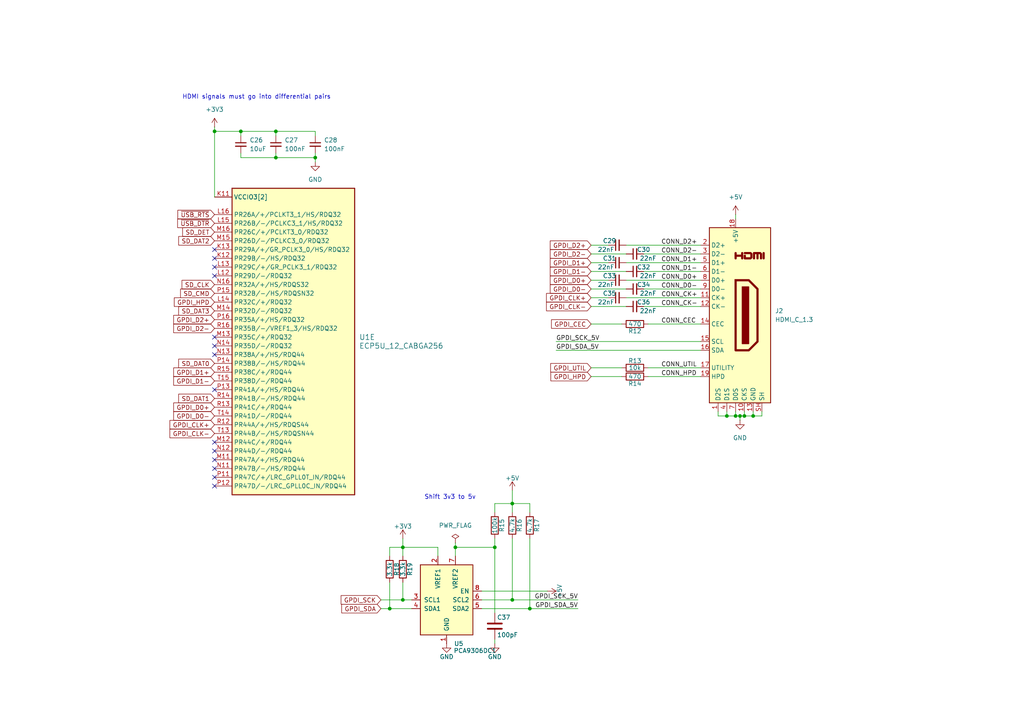
<source format=kicad_sch>
(kicad_sch (version 20250114) (generator "eeschema") (generator_version "9.0")
  (paper "A4")
  (title_block (title "Icepi zero") (date "2025-05-12") (rev "v1") (company "Chengyin Yao (cheyao)") (comment 1 "https://github.com/cheyao/icepi-zero"))
  (lib_symbols
    (symbol "Connector:HDMI_C_1.3"
      (property "Reference" "J" (at -6.35 26.67 0))
      (property "Value" "HDMI_C_1.3" (at 10.16 26.67 0))
      (symbol "HDMI_C_1.3_0_0"
        (polyline (pts (xy 0 16.51) (xy 0 18.034) (xy 0 17.272) (xy 1.905 17.272) (xy 1.905 18.034) (xy 1.905 16.51)) (stroke (width 0.635)))
        (polyline (pts (xy 2.667 18.034) (xy 4.318 18.034) (xy 4.572 17.78) (xy 4.572 16.764) (xy 4.318 16.51) (xy 2.667 16.51) (xy 2.667 17.272)) (stroke (width 0.635)))
        (polyline (pts (xy 8.128 16.51) (xy 8.128 18.034)) (stroke (width 0.635)))
      )
      (symbol "HDMI_C_1.3_0_1"
        (rectangle (start -7.62 25.4) (end 10.16 -25.4) (stroke (width 0.254)) (fill (type background)))
        (polyline (pts (xy 0 10.16) (xy 3.81 10.16) (xy 6.35 7.62) (xy 6.35 -7.62) (xy 3.81 -10.16) (xy 0 -10.16) (xy 0 10.16)) (stroke (width 0.635)))
        (rectangle (start 1.905 8.255) (end 3.81 -8.255) (stroke (width 0.254)) (fill (type outline)))
        (polyline (pts (xy 5.334 16.51) (xy 5.334 18.034) (xy 6.35 18.034) (xy 6.35 16.51) (xy 6.35 18.034) (xy 7.112 18.034) (xy 7.366 17.78) (xy 7.366 16.51)) (stroke (width 0.635)))
      )
      (symbol "HDMI_C_1.3_1_1"
        (pin passive line (at -10.16 20.32 0) (length 2.54) (name "D2+") (number "2"))
        (pin passive line (at -10.16 17.78 0) (length 2.54) (name "D2-") (number "3"))
        (pin passive line (at -10.16 15.24 0) (length 2.54) (name "D1+") (number "5"))
        (pin passive line (at -10.16 12.7 0) (length 2.54) (name "D1-") (number "6"))
        (pin passive line (at -10.16 10.16 0) (length 2.54) (name "D0+") (number "8"))
        (pin passive line (at -10.16 7.62 0) (length 2.54) (name "D0-") (number "9"))
        (pin passive line (at -10.16 5.08 0) (length 2.54) (name "CK+") (number "11"))
        (pin passive line (at -10.16 2.54 0) (length 2.54) (name "CK-") (number "12"))
        (pin bidirectional line (at -10.16 -2.54 0) (length 2.54) (name "CEC") (number "14"))
        (pin passive line (at -10.16 -7.62 0) (length 2.54) (name "SCL") (number "15"))
        (pin bidirectional line (at -10.16 -10.16 0) (length 2.54) (name "SDA") (number "16"))
        (pin passive line (at -10.16 -15.24 0) (length 2.54) (name "UTILITY") (number "17"))
        (pin passive line (at -10.16 -17.78 0) (length 2.54) (name "HPD") (number "19"))
        (pin power_in line (at -5.08 -27.94 90) (length 2.54) (name "D2S") (number "1"))
        (pin power_in line (at -2.54 -27.94 90) (length 2.54) (name "D1S") (number "4"))
        (pin power_in line (at 0 27.94 270) (length 2.54) (name "+5V") (number "18"))
        (pin power_in line (at 0 -27.94 90) (length 2.54) (name "D0S") (number "7"))
        (pin power_in line (at 2.54 -27.94 90) (length 2.54) (name "CKS") (number "10"))
        (pin power_in line (at 5.08 -27.94 90) (length 2.54) (name "GND") (number "13"))
        (pin passive line (at 7.62 -27.94 90) (length 2.54) (name "SH") (number "SH"))
      )
    )
    (symbol "Device:C" (pin_numbers (hide yes)) (pin_names (offset 0.254))
      (property "Reference" "C" (at 0.635 2.54 0))
      (property "Value" "C" (at 0.635 -2.54 0))
      (symbol "C_0_1"
        (polyline (pts (xy -2.032 0.762) (xy 2.032 0.762)) (stroke (width 0.508)))
        (polyline (pts (xy -2.032 -0.762) (xy 2.032 -0.762)) (stroke (width 0.508)))
      )
      (symbol "C_1_1"
        (pin passive line (at 0 3.81 270) (length 2.794) (name "~") (number "1"))
        (pin passive line (at 0 -3.81 90) (length 2.794) (name "~") (number "2"))
      )
    )
    (symbol "Device:C_Small" (pin_numbers (hide yes)) (pin_names (offset 0.254) (hide yes))
      (property "Reference" "C" (at 0.254 1.778 0))
      (property "Value" "C_Small" (at 0.254 -2.032 0))
      (symbol "C_Small_0_1"
        (polyline (pts (xy -1.524 0.508) (xy 1.524 0.508)) (stroke (width 0.3048)))
        (polyline (pts (xy -1.524 -0.508) (xy 1.524 -0.508)) (stroke (width 0.3302)))
      )
      (symbol "C_Small_1_1"
        (pin passive line (at 0 2.54 270) (length 2.032) (name "~") (number "1"))
        (pin passive line (at 0 -2.54 90) (length 2.032) (name "~") (number "2"))
      )
    )
    (symbol "Device:R" (pin_numbers (hide yes)) (pin_names (offset 0))
      (property "Reference" "R" (at 2.032 0 90))
      (property "Value" "R" (at 0 0 90))
      (symbol "R_0_1"
        (rectangle (start -1.016 -2.54) (end 1.016 2.54) (stroke (width 0.254)))
      )
      (symbol "R_1_1"
        (pin passive line (at 0 3.81 270) (length 1.27) (name "~") (number "1"))
        (pin passive line (at 0 -3.81 90) (length 1.27) (name "~") (number "2"))
      )
    )
    (symbol "Interface:PCA9306DC1" (pin_names (offset 1.016))
      (property "Reference" "U" (at -7.62 11.43 0))
      (property "Value" "PCA9306DC1" (at 3.81 11.43 0))
      (symbol "PCA9306DC1_0_1"
        (rectangle (start -7.62 10.16) (end 7.62 -10.16) (stroke (width 0.254)) (fill (type background)))
      )
      (symbol "PCA9306DC1_1_1"
        (pin bidirectional line (at -10.16 0 0) (length 2.54) (name "SCL1") (number "3"))
        (pin bidirectional line (at -10.16 -2.54 0) (length 2.54) (name "SDA1") (number "4"))
        (pin power_in line (at -2.54 12.7 270) (length 2.54) (name "VREF1") (number "2"))
        (pin power_in line (at 0 -12.7 90) (length 2.54) (name "GND") (number "1"))
        (pin power_in line (at 2.54 12.7 270) (length 2.54) (name "VREF2") (number "7"))
        (pin input line (at 10.16 2.54 180) (length 2.54) (name "EN") (number "8"))
        (pin bidirectional line (at 10.16 0 180) (length 2.54) (name "SCL2") (number "6"))
        (pin bidirectional line (at 10.16 -2.54 180) (length 2.54) (name "SDA2") (number "5"))
      )
    )
    (symbol "josh:ECP5U_12_CABGA256"
      (property "Reference" "U" (at -15.24 45.72 0))
      (property "Value" "ECP5U_12_CABGA256" (at 7.62 43.18 0))
      (symbol "ECP5U_12_CABGA256_1_1"
        (rectangle (start -7.62 7.62) (end 6.35 -7.62) (stroke (width 0.001)) (fill (type background)))
        (pin power_in line (at -12.7 5.08 0) (length 5.08) (name "VCC[6]") (number "G6"))
        (pin power_in line (at -12.7 5.08 0) (length 5.08) (name "VCC[6]") (number "G7"))
        (pin power_in line (at -12.7 5.08 0) (length 5.08) (name "VCC[6]") (number "G9"))
        (pin power_in line (at -12.7 5.08 0) (length 5.08) (name "VCC[6]") (number "L10"))
        (pin power_in line (at -12.7 5.08 0) (length 5.08) (name "VCC[6]") (number "L8"))
        (pin power_in line (at -12.7 5.08 0) (length 5.08) (name "VCC[6]") (number "L9"))
        (pin power_in line (at -12.7 2.54 0) (length 5.08) (name "VCCAUX[2]") (number "G11"))
        (pin power_in line (at -12.7 2.54 0) (length 5.08) (name "VCCAUX[2]") (number "L7"))
        (pin power_in line (at -12.7 -5.08 0) (length 5.08) (name "GND[27]") (number "A1"))
        (pin power_in line (at -12.7 -5.08 0) (length 5.08) (name "GND[27]") (number "A16"))
        (pin power_in line (at -12.7 -5.08 0) (length 5.08) (name "GND[27]") (number "D15"))
        (pin power_in line (at -12.7 -5.08 0) (length 5.08) (name "GND[27]") (number "D2"))
        (pin power_in line (at -12.7 -5.08 0) (length 5.08) (name "GND[27]") (number "F8"))
        (pin power_in line (at -12.7 -5.08 0) (length 5.08) (name "GND[27]") (number "F9"))
        (pin power_in line (at -12.7 -5.08 0) (length 5.08) (name "GND[27]") (number "G10"))
        (pin power_in line (at -12.7 -5.08 0) (length 5.08) (name "GND[27]") (number "G8"))
        (pin power_in line (at -12.7 -5.08 0) (length 5.08) (name "GND[27]") (number "H1"))
        (pin power_in line (at -12.7 -5.08 0) (length 5.08) (name "GND[27]") (number "H10"))
        (pin power_in line (at -12.7 -5.08 0) (length 5.08) (name "GND[27]") (number "H16"))
        (pin power_in line (at -12.7 -5.08 0) (length 5.08) (name "GND[27]") (number "H8"))
        (pin power_in line (at -12.7 -5.08 0) (length 5.08) (name "GND[27]") (number "H9"))
        (pin power_in line (at -12.7 -5.08 0) (length 5.08) (name "GND[27]") (number "J10"))
        (pin power_in line (at -12.7 -5.08 0) (length 5.08) (name "GND[27]") (number "J8"))
        (pin power_in line (at -12.7 -5.08 0) (length 5.08) (name "GND[27]") (number "J9"))
        (pin power_in line (at -12.7 -5.08 0) (length 5.08) (name "GND[27]") (number "K10"))
        (pin power_in line (at -12.7 -5.08 0) (length 5.08) (name "GND[27]") (number "K6"))
        (pin power_in line (at -12.7 -5.08 0) (length 5.08) (name "GND[27]") (number "K7"))
        (pin power_in line (at -12.7 -5.08 0) (length 5.08) (name "GND[27]") (number "K8"))
        (pin power_in line (at -12.7 -5.08 0) (length 5.08) (name "GND[27]") (number "K9"))
        (pin power_in line (at -12.7 -5.08 0) (length 5.08) (name "GND[27]") (number "N15"))
        (pin power_in line (at -12.7 -5.08 0) (length 5.08) (name "GND[27]") (number "N2"))
        (pin power_in line (at -12.7 -5.08 0) (length 5.08) (name "GND[27]") (number "T1"))
        (pin power_in line (at -12.7 -5.08 0) (length 5.08) (name "GND[27]") (number "T12"))
        (pin power_in line (at -12.7 -5.08 0) (length 5.08) (name "GND[27]") (number "T16"))
        (pin power_in line (at -12.7 -5.08 0) (length 5.08) (name "GND[27]") (number "T5"))
      )
      (symbol "ECP5U_12_CABGA256_2_1"
        (rectangle (start -16.51 40.64) (end 8.89 -27.94) (stroke (width 0.305)) (fill (type background)))
        (pin power_in line (at -21.59 38.1 0) (length 5.08) (name "VCCIO0[2]") (number "F6"))
        (pin power_in line (at -21.59 38.1 0) (length 5.08) (name "VCCIO0[2]") (number "F7"))
        (pin bidirectional line (at -21.59 33.02 0) (length 5.08) (name "PT4A/+") (number "A2"))
        (pin bidirectional line (at -21.59 30.48 0) (length 5.08) (name "PT4B/-") (number "B3"))
        (pin bidirectional line (at -21.59 27.94 0) (length 5.08) (name "PT6A/+") (number "A3"))
        (pin bidirectional line (at -21.59 25.4 0) (length 5.08) (name "PT6B/-") (number "A4"))
        (pin bidirectional line (at -21.59 22.86 0) (length 5.08) (name "PT9A/+") (number "E4"))
        (pin bidirectional line (at -21.59 20.32 0) (length 5.08) (name "PT9B/-") (number "D4"))
        (pin bidirectional line (at -21.59 17.78 0) (length 5.08) (name "PT11A/+") (number "C4"))
        (pin bidirectional line (at -21.59 15.24 0) (length 5.08) (name "PT11B/-") (number "B4"))
        (pin bidirectional line (at -21.59 12.7 0) (length 5.08) (name "PT13A/+") (number "E5"))
        (pin bidirectional line (at -21.59 10.16 0) (length 5.08) (name "PT13B/-") (number "D5"))
        (pin bidirectional line (at -21.59 7.62 0) (length 5.08) (name "PT15A/+") (number "C5"))
        (pin bidirectional line (at -21.59 5.08 0) (length 5.08) (name "PT15B/-") (number "B5"))
        (pin bidirectional line (at -21.59 2.54 0) (length 5.08) (name "PT18A/+") (number "A5"))
        (pin bidirectional line (at -21.59 0 0) (length 5.08) (name "PT18B/-") (number "A6"))
        (pin bidirectional line (at -21.59 -2.54 0) (length 5.08) (name "PT20A/+") (number "E6"))
        (pin bidirectional line (at -21.59 -5.08 0) (length 5.08) (name "PT20B/-") (number "D6"))
        (pin bidirectional line (at -21.59 -7.62 0) (length 5.08) (name "PT22A/+") (number "C6"))
        (pin bidirectional line (at -21.59 -10.16 0) (length 5.08) (name "PT22B/-") (number "B6"))
        (pin bidirectional line (at -21.59 -12.7 0) (length 5.08) (name "PT24A/+/GR_PCLK0_1") (number "E7"))
        (pin bidirectional line (at -21.59 -15.24 0) (length 5.08) (name "PT24B/-/GR_PCLK0_0") (number "D7"))
        (pin bidirectional line (at -21.59 -17.78 0) (length 5.08) (name "PT27A/+/PCLKT0_1") (number "C7"))
        (pin bidirectional line (at -21.59 -20.32 0) (length 5.08) (name "PT27B/-/PCLKC0_1") (number "B7"))
        (pin bidirectional line (at -21.59 -22.86 0) (length 5.08) (name "PT29A/+/PCLKT0_0") (number "A7"))
        (pin bidirectional line (at -21.59 -25.4 0) (length 5.08) (name "PT29B/-/PCLKC0_0") (number "A8"))
      )
      (symbol "ECP5U_12_CABGA256_3_1"
        (rectangle (start -16.51 40.64) (end 8.89 -48.26) (stroke (width 0.305)) (fill (type background)))
        (pin power_in line (at -21.59 38.1 0) (length 5.08) (name "VCCIO1[2]") (number "F10"))
        (pin power_in line (at -21.59 38.1 0) (length 5.08) (name "VCCIO1[2]") (number "F11"))
        (pin bidirectional line (at -21.59 33.02 0) (length 5.08) (name "PT33A/+/PCLKT1_1") (number "E8"))
        (pin bidirectional line (at -21.59 30.48 0) (length 5.08) (name "PT33B/-/PCLKC1_1") (number "D8"))
        (pin bidirectional line (at -21.59 27.94 0) (length 5.08) (name "PT35A/+/PCLKT1_0") (number "C8"))
        (pin bidirectional line (at -21.59 25.4 0) (length 5.08) (name "PT35B/-/PCLKC1_0") (number "B8"))
        (pin bidirectional line (at -21.59 22.86 0) (length 5.08) (name "PT38A/+/GR_PCLK1_0") (number "B9"))
        (pin bidirectional line (at -21.59 20.32 0) (length 5.08) (name "PT38B/-/GR_PCLK1_1") (number "C9"))
        (pin bidirectional line (at -21.59 17.78 0) (length 5.08) (name "PT40A/+") (number "D9"))
        (pin bidirectional line (at -21.59 15.24 0) (length 5.08) (name "PT40B/-") (number "E9"))
        (pin bidirectional line (at -21.59 12.7 0) (length 5.08) (name "PT42A/+") (number "A9"))
        (pin bidirectional line (at -21.59 10.16 0) (length 5.08) (name "PT42B/-") (number "A10"))
        (pin bidirectional line (at -21.59 7.62 0) (length 5.08) (name "PT44A/+") (number "B10"))
        (pin bidirectional line (at -21.59 5.08 0) (length 5.08) (name "PT44B/-") (number "C10"))
        (pin bidirectional line (at -21.59 2.54 0) (length 5.08) (name "PT47A/+") (number "D10"))
        (pin bidirectional line (at -21.59 0 0) (length 5.08) (name "PT47B/-") (number "E10"))
        (pin bidirectional line (at -21.59 -2.54 0) (length 5.08) (name "PT49A/+") (number "B11"))
        (pin bidirectional line (at -21.59 -5.08 0) (length 5.08) (name "PT49B/-") (number "C11"))
        (pin bidirectional line (at -21.59 -7.62 0) (length 5.08) (name "PT51A/+") (number "D11"))
        (pin bidirectional line (at -21.59 -10.16 0) (length 5.08) (name "PT51B/-") (number "E11"))
        (pin bidirectional line (at -21.59 -12.7 0) (length 5.08) (name "PT53A/+") (number "A11"))
        (pin bidirectional line (at -21.59 -15.24 0) (length 5.08) (name "PT53B/-") (number "A12"))
        (pin bidirectional line (at -21.59 -17.78 0) (length 5.08) (name "PT56A/+") (number "B12"))
        (pin bidirectional line (at -21.59 -20.32 0) (length 5.08) (name "PT56B/-") (number "C12"))
        (pin bidirectional line (at -21.59 -22.86 0) (length 5.08) (name "PT58A/+") (number "D12"))
        (pin bidirectional line (at -21.59 -25.4 0) (length 5.08) (name "PT58B/-") (number "E12"))
        (pin bidirectional line (at -21.59 -27.94 0) (length 5.08) (name "PT60A/+") (number "B13"))
        (pin bidirectional line (at -21.59 -30.48 0) (length 5.08) (name "PT60B/-") (number "C13"))
        (pin bidirectional line (at -21.59 -33.02 0) (length 5.08) (name "PT62A/+") (number "D13"))
        (pin bidirectional line (at -21.59 -35.56 0) (length 5.08) (name "PT62B/-") (number "E13"))
        (pin bidirectional line (at -21.59 -38.1 0) (length 5.08) (name "PT65A/+") (number "A13"))
        (pin bidirectional line (at -21.59 -40.64 0) (length 5.08) (name "PT65B/-") (number "A14"))
        (pin bidirectional line (at -21.59 -43.18 0) (length 5.08) (name "PT67A/+") (number "B14"))
        (pin bidirectional line (at -21.59 -45.72 0) (length 5.08) (name "PT67B/-") (number "A15"))
      )
      (symbol "ECP5U_12_CABGA256_4_1"
        (rectangle (start -16.51 40.64) (end 21.59 -48.26) (stroke (width 0.305)) (fill (type background)))
        (pin power_in line (at -21.59 38.1 0) (length 5.08) (name "VCCIO2[2]") (number "H11"))
        (pin power_in line (at -21.59 38.1 0) (length 5.08) (name "VCCIO2[2]") (number "J11"))
        (pin bidirectional line (at -21.59 33.02 0) (length 5.08) (name "PR2A/+/HS/RDQ8") (number "B16"))
        (pin bidirectional line (at -21.59 30.48 0) (length 5.08) (name "PR2B/-/S0_IN/HS/RDQ8") (number "B15"))
        (pin bidirectional line (at -21.59 27.94 0) (length 5.08) (name "PR2C/+/RDQ8") (number "C14"))
        (pin bidirectional line (at -21.59 25.4 0) (length 5.08) (name "PR2D/-/RDQ8") (number "D14"))
        (pin bidirectional line (at -21.59 22.86 0) (length 5.08) (name "PR5A/+/HS/RDQ8") (number "C16"))
        (pin bidirectional line (at -21.59 20.32 0) (length 5.08) (name "PR5B/-/HS/RDQ8") (number "C15"))
        (pin bidirectional line (at -21.59 17.78 0) (length 5.08) (name "PR5C/+/RDQ8") (number "E14"))
        (pin bidirectional line (at -21.59 15.24 0) (length 5.08) (name "PR5D/-/RDQ8") (number "F14"))
        (pin bidirectional line (at -21.59 12.7 0) (length 5.08) (name "PR8A/+/HS/RDQS8") (number "D16"))
        (pin bidirectional line (at -21.59 10.16 0) (length 5.08) (name "PR8B/-/HS/RDQSN8") (number "E15"))
        (pin bidirectional line (at -21.59 7.62 0) (length 5.08) (name "PR8C/+/RDQ8") (number "F13"))
        (pin bidirectional line (at -21.59 5.08 0) (length 5.08) (name "PR8D/-/RDQ8") (number "F12"))
        (pin bidirectional line (at -21.59 2.54 0) (length 5.08) (name "PR11A/+/HS/RDQ8") (number "G12"))
        (pin bidirectional line (at -21.59 0 0) (length 5.08) (name "PR11B/-/HS/RDQ8") (number "G13"))
        (pin bidirectional line (at -21.59 -2.54 0) (length 5.08) (name "PR11C/+/RDQ8") (number "F15"))
        (pin bidirectional line (at -21.59 -5.08 0) (length 5.08) (name "PR11D/-/RDQ8") (number "E16"))
        (pin bidirectional line (at -21.59 -7.62 0) (length 5.08) (name "PR14A/+/HS/RDQ20") (number "F16"))
        (pin bidirectional line (at -21.59 -10.16 0) (length 5.08) (name "PR14B/-/HS/RDQ20") (number "G15"))
        (pin bidirectional line (at -21.59 -12.7 0) (length 5.08) (name "PR14C/+/VREF1_2/RDQ20") (number "G14"))
        (pin bidirectional line (at -21.59 -15.24 0) (length 5.08) (name "PR14D/-/RDQ20") (number "H14"))
        (pin bidirectional line (at -21.59 -17.78 0) (length 5.08) (name "PR17A/+/HS/RDQ20") (number "H12"))
        (pin bidirectional line (at -21.59 -20.32 0) (length 5.08) (name "PR17B/-/HS/RDQ20") (number "H13"))
        (pin bidirectional line (at -21.59 -22.86 0) (length 5.08) (name "PR17C/+/RDQ20") (number "J13"))
        (pin bidirectional line (at -21.59 -25.4 0) (length 5.08) (name "PR17D/-/RDQ20") (number "J12"))
        (pin bidirectional line (at -21.59 -27.94 0) (length 5.08) (name "PR20A/+/GR_PCLK2_1/HS/RDQS20") (number "G16"))
        (pin bidirectional line (at -21.59 -30.48 0) (length 5.08) (name "PR20B/-/HS/RDQSN20") (number "H15"))
        (pin bidirectional line (at -21.59 -33.02 0) (length 5.08) (name "PR20C/+/GR_PCLK2_0/RDQ20") (number "J14"))
        (pin bidirectional line (at -21.59 -35.56 0) (length 5.08) (name "PR20D/-/RDQ20") (number "K14"))
        (pin bidirectional line (at -21.59 -38.1 0) (length 5.08) (name "PR23A/+/PCLKT2_1/HS/RDQ20") (number "J16"))
        (pin bidirectional line (at -21.59 -40.64 0) (length 5.08) (name "PR23B/-/PCLKC2_1/HS/RDQ20") (number "J15"))
        (pin bidirectional line (at -21.59 -43.18 0) (length 5.08) (name "PR23C/+/PCLKT2_0/RDQ20") (number "K16"))
        (pin bidirectional line (at -21.59 -45.72 0) (length 5.08) (name "PR23D/-/PCLKC2_0/RDQ20") (number "K15"))
      )
      (symbol "ECP5U_12_CABGA256_5_1"
        (rectangle (start -16.51 40.64) (end 19.05 -48.26) (stroke (width 0.305)) (fill (type background)))
        (pin power_in line (at -21.59 38.1 0) (length 5.08) (name "VCCIO3[2]") (number "K11"))
        (pin power_in line (at -21.59 38.1 0) (length 5.08) (name "VCCIO3[2]") (number "L11"))
        (pin bidirectional line (at -21.59 33.02 0) (length 5.08) (name "PR26A/+/PCLKT3_1/HS/RDQ32") (number "L16"))
        (pin bidirectional line (at -21.59 30.48 0) (length 5.08) (name "PR26B/-/PCLKC3_1/HS/RDQ32") (number "L15"))
        (pin bidirectional line (at -21.59 27.94 0) (length 5.08) (name "PR26C/+/PCLKT3_0/RDQ32") (number "M16"))
        (pin bidirectional line (at -21.59 25.4 0) (length 5.08) (name "PR26D/-/PCLKC3_0/RDQ32") (number "M15"))
        (pin bidirectional line (at -21.59 22.86 0) (length 5.08) (name "PR29A/+/GR_PCLK3_0/HS/RDQ32") (number "K13"))
        (pin bidirectional line (at -21.59 20.32 0) (length 5.08) (name "PR29B/-/HS/RDQ32") (number "K12"))
        (pin bidirectional line (at -21.59 17.78 0) (length 5.08) (name "PR29C/+/GR_PCLK3_1/RDQ32") (number "L13"))
        (pin bidirectional line (at -21.59 15.24 0) (length 5.08) (name "PR29D/-/RDQ32") (number "L12"))
        (pin bidirectional line (at -21.59 12.7 0) (length 5.08) (name "PR32A/+/HS/RDQS32") (number "N16"))
        (pin bidirectional line (at -21.59 10.16 0) (length 5.08) (name "PR32B/-/HS/RDQSN32") (number "P15"))
        (pin bidirectional line (at -21.59 7.62 0) (length 5.08) (name "PR32C/+/RDQ32") (number "L14"))
        (pin bidirectional line (at -21.59 5.08 0) (length 5.08) (name "PR32D/-/RDQ32") (number "M14"))
        (pin bidirectional line (at -21.59 2.54 0) (length 5.08) (name "PR35A/+/HS/RDQ32") (number "P16"))
        (pin bidirectional line (at -21.59 0 0) (length 5.08) (name "PR35B/-/VREF1_3/HS/RDQ32") (number "R16"))
        (pin bidirectional line (at -21.59 -2.54 0) (length 5.08) (name "PR35C/+/RDQ32") (number "M13"))
        (pin bidirectional line (at -21.59 -5.08 0) (length 5.08) (name "PR35D/-/RDQ32") (number "N14"))
        (pin bidirectional line (at -21.59 -7.62 0) (length 5.08) (name "PR38A/+/HS/RDQ44") (number "N13"))
        (pin bidirectional line (at -21.59 -10.16 0) (length 5.08) (name "PR38B/-/HS/RDQ44") (number "P14"))
        (pin bidirectional line (at -21.59 -12.7 0) (length 5.08) (name "PR38C/+/RDQ44") (number "R15"))
        (pin bidirectional line (at -21.59 -15.24 0) (length 5.08) (name "PR38D/-/RDQ44") (number "T15"))
        (pin bidirectional line (at -21.59 -17.78 0) (length 5.08) (name "PR41A/+/HS/RDQ44") (number "P13"))
        (pin bidirectional line (at -21.59 -20.32 0) (length 5.08) (name "PR41B/-/HS/RDQ44") (number "R14"))
        (pin bidirectional line (at -21.59 -22.86 0) (length 5.08) (name "PR41C/+/RDQ44") (number "R13"))
        (pin bidirectional line (at -21.59 -25.4 0) (length 5.08) (name "PR41D/-/RDQ44") (number "T14"))
        (pin bidirectional line (at -21.59 -27.94 0) (length 5.08) (name "PR44A/+/HS/RDQS44") (number "R12"))
        (pin bidirectional line (at -21.59 -30.48 0) (length 5.08) (name "PR44B/-/HS/RDQSN44") (number "T13"))
        (pin bidirectional line (at -21.59 -33.02 0) (length 5.08) (name "PR44C/+/RDQ44") (number "M12"))
        (pin bidirectional line (at -21.59 -35.56 0) (length 5.08) (name "PR44D/-/RDQ44") (number "N12"))
        (pin bidirectional line (at -21.59 -38.1 0) (length 5.08) (name "PR47A/+/HS/RDQ44") (number "M11"))
        (pin bidirectional line (at -21.59 -40.64 0) (length 5.08) (name "PR47B/-/HS/RDQ44") (number "N11"))
        (pin bidirectional line (at -21.59 -43.18 0) (length 5.08) (name "PR47C/+/LRC_GPLL0T_IN/RDQ44") (number "P11"))
        (pin bidirectional line (at -21.59 -45.72 0) (length 5.08) (name "PR47D/-/LRC_GPLL0C_IN/RDQ44") (number "P12"))
      )
      (symbol "ECP5U_12_CABGA256_6_1"
        (rectangle (start -16.51 40.64) (end 19.05 -48.26) (stroke (width 0.305)) (fill (type background)))
        (pin power_in line (at -21.59 38.1 0) (length 5.08) (name "VCCIO6[2]") (number "J6"))
        (pin power_in line (at -21.59 38.1 0) (length 5.08) (name "VCCIO6[2]") (number "J7"))
        (pin bidirectional line (at -21.59 33.02 0) (length 5.08) (name "PL26A/+/PCLKT6_1/HS/LDQ32") (number "L1"))
        (pin bidirectional line (at -21.59 30.48 0) (length 5.08) (name "PL26B/-/PCLKC6_1/HS/LDQ32") (number "L2"))
        (pin bidirectional line (at -21.59 27.94 0) (length 5.08) (name "PL26C/+/PCLKT6_0/LDQ32") (number "M1"))
        (pin bidirectional line (at -21.59 25.4 0) (length 5.08) (name "PL26D/-/PCLKC6_0/LDQ32") (number "M2"))
        (pin bidirectional line (at -21.59 22.86 0) (length 5.08) (name "PL29A/+/GR_PCLK6_0/HS/LDQ32") (number "K4"))
        (pin bidirectional line (at -21.59 20.32 0) (length 5.08) (name "PL29B/-/HS/LDQ32") (number "K5"))
        (pin bidirectional line (at -21.59 17.78 0) (length 5.08) (name "PL29C/+/GR_PCLK6_1/LDQ32") (number "L4"))
        (pin bidirectional line (at -21.59 15.24 0) (length 5.08) (name "PL29D/-/LDQ32") (number "L5"))
        (pin bidirectional line (at -21.59 12.7 0) (length 5.08) (name "PL32A/+/HS/LDQS32") (number "N1"))
        (pin bidirectional line (at -21.59 10.16 0) (length 5.08) (name "PL32B/-/HS/LDQSN32") (number "P2"))
        (pin bidirectional line (at -21.59 7.62 0) (length 5.08) (name "PL32C/+/LDQ32") (number "L3"))
        (pin bidirectional line (at -21.59 5.08 0) (length 5.08) (name "PL32D/-/LDQ32") (number "M3"))
        (pin bidirectional line (at -21.59 2.54 0) (length 5.08) (name "PL35A/+/HS/LDQ32") (number "P1"))
        (pin bidirectional line (at -21.59 0 0) (length 5.08) (name "PL35B/-/VREF1_6/HS/LDQ32") (number "R1"))
        (pin bidirectional line (at -21.59 -2.54 0) (length 5.08) (name "PL35C/+/LDQ32") (number "M4"))
        (pin bidirectional line (at -21.59 -5.08 0) (length 5.08) (name "PL35D/-/LDQ32") (number "N3"))
        (pin bidirectional line (at -21.59 -7.62 0) (length 5.08) (name "PL38A/+/HS/LDQ44") (number "N4"))
        (pin bidirectional line (at -21.59 -10.16 0) (length 5.08) (name "PL38B/-/HS/LDQ44") (number "P3"))
        (pin bidirectional line (at -21.59 -12.7 0) (length 5.08) (name "PL38C/+/LDQ44") (number "R2"))
        (pin bidirectional line (at -21.59 -15.24 0) (length 5.08) (name "PL38D/-/LDQ44") (number "T2"))
        (pin bidirectional line (at -21.59 -17.78 0) (length 5.08) (name "PL41A/+/HS/LDQ44") (number "P4"))
        (pin bidirectional line (at -21.59 -20.32 0) (length 5.08) (name "PL41B/-/HS/LDQ44") (number "R3"))
        (pin bidirectional line (at -21.59 -22.86 0) (length 5.08) (name "PL41C/+/LDQ44") (number "R4"))
        (pin bidirectional line (at -21.59 -25.4 0) (length 5.08) (name "PL41D/-/LDQ44") (number "T3"))
        (pin bidirectional line (at -21.59 -27.94 0) (length 5.08) (name "PL44A/+/HS/LDQS44") (number "R5"))
        (pin bidirectional line (at -21.59 -30.48 0) (length 5.08) (name "PL44B/-/HS/LDQSN44") (number "T4"))
        (pin bidirectional line (at -21.59 -33.02 0) (length 5.08) (name "PL44C/+/LDQ44") (number "M5"))
        (pin bidirectional line (at -21.59 -35.56 0) (length 5.08) (name "PL44D/-/LDQ44") (number "N5"))
        (pin bidirectional line (at -21.59 -38.1 0) (length 5.08) (name "PL47A/+/HS/LDQ44") (number "M6"))
        (pin bidirectional line (at -21.59 -40.64 0) (length 5.08) (name "PL47B/-/HS/LDQ44") (number "N6"))
        (pin bidirectional line (at -21.59 -43.18 0) (length 5.08) (name "PL47C/+/LLC_GPLL0T_IN/LDQ44") (number "P6"))
        (pin bidirectional line (at -21.59 -45.72 0) (length 5.08) (name "PL47D/-/LLC_GPLL0C_IN/LDQ44") (number "P5"))
      )
      (symbol "ECP5U_12_CABGA256_7_1"
        (rectangle (start -16.51 40.64) (end 20.32 -46.99) (stroke (width 0.305)) (fill (type background)))
        (pin power_in line (at -21.59 38.1 0) (length 5.08) (name "VCCIO7[2]") (number "H6"))
        (pin power_in line (at -21.59 38.1 0) (length 5.08) (name "VCCIO7[2]") (number "H7"))
        (pin bidirectional line (at -21.59 34.29 0) (length 5.08) (name "PL2A/+/HS/LDQ8") (number "B1"))
        (pin bidirectional line (at -21.59 31.75 0) (length 5.08) (name "PL2B/-/HS/LDQ8") (number "B2"))
        (pin bidirectional line (at -21.59 29.21 0) (length 5.08) (name "PL2C/+/LDQ8") (number "C3"))
        (pin bidirectional line (at -21.59 26.67 0) (length 5.08) (name "PL2D/-/LDQ8") (number "D3"))
        (pin bidirectional line (at -21.59 24.13 0) (length 5.08) (name "PL5A/+/HS/LDQ8") (number "C1"))
        (pin bidirectional line (at -21.59 21.59 0) (length 5.08) (name "PL5B/-/HS/LDQ8") (number "C2"))
        (pin bidirectional line (at -21.59 19.05 0) (length 5.08) (name "PL5C/+/LDQ8") (number "E3"))
        (pin bidirectional line (at -21.59 16.51 0) (length 5.08) (name "PL5D/-/LDQ8") (number "F3"))
        (pin bidirectional line (at -21.59 13.97 0) (length 5.08) (name "PL8A/+/HS/LDQS8") (number "D1"))
        (pin bidirectional line (at -21.59 11.43 0) (length 5.08) (name "PL8B/-/HS/LDQSN8") (number "E2"))
        (pin bidirectional line (at -21.59 8.89 0) (length 5.08) (name "PL8C/+/LDQ8") (number "F4"))
        (pin bidirectional line (at -21.59 6.35 0) (length 5.08) (name "PL8D/-/LDQ8") (number "F5"))
        (pin bidirectional line (at -21.59 3.81 0) (length 5.08) (name "PL11A/+/HS/LDQ8") (number "G5"))
        (pin bidirectional line (at -21.59 1.27 0) (length 5.08) (name "PL11B/-/HS/LDQ8") (number "G4"))
        (pin bidirectional line (at -21.59 -1.27 0) (length 5.08) (name "PL11C/+/LDQ8") (number "F2"))
        (pin bidirectional line (at -21.59 -3.81 0) (length 5.08) (name "PL11D/-/LDQ8") (number "E1"))
        (pin bidirectional line (at -21.59 -6.35 0) (length 5.08) (name "PL14A/+/HS/LDQ20") (number "F1"))
        (pin bidirectional line (at -21.59 -8.89 0) (length 5.08) (name "PL14B/-/HS/LDQ20") (number "G2"))
        (pin bidirectional line (at -21.59 -11.43 0) (length 5.08) (name "PL14C/+/VREF1_7/LDQ20") (number "G3"))
        (pin bidirectional line (at -21.59 -13.97 0) (length 5.08) (name "PL14D/-/LDQ20") (number "H3"))
        (pin bidirectional line (at -21.59 -16.51 0) (length 5.08) (name "PL17A/+/HS/LDQ20") (number "H5"))
        (pin bidirectional line (at -21.59 -19.05 0) (length 5.08) (name "PL17B/-/HS/LDQ20") (number "H4"))
        (pin bidirectional line (at -21.59 -21.59 0) (length 5.08) (name "PL17C/+/LDQ20") (number "J4"))
        (pin bidirectional line (at -21.59 -24.13 0) (length 5.08) (name "PL17D/-/LDQ20") (number "J5"))
        (pin bidirectional line (at -21.59 -26.67 0) (length 5.08) (name "PL20A/+/GR_PCLK7_1/HS/LDQS20") (number "G1"))
        (pin bidirectional line (at -21.59 -29.21 0) (length 5.08) (name "PL20B/-/HS/LDQSN20") (number "H2"))
        (pin bidirectional line (at -21.59 -31.75 0) (length 5.08) (name "PL20C/+/GR_PCLK7_0/LDQ20") (number "J3"))
        (pin bidirectional line (at -21.59 -34.29 0) (length 5.08) (name "PL20D/-/LDQ20") (number "K3"))
        (pin bidirectional line (at -21.59 -36.83 0) (length 5.08) (name "PL23A/+/PCLKT7_1/HS/LDQ20") (number "J1"))
        (pin bidirectional line (at -21.59 -39.37 0) (length 5.08) (name "PL23B/-/PCLKC7_1/HS/LDQ20") (number "J2"))
        (pin bidirectional line (at -21.59 -41.91 0) (length 5.08) (name "PL23C/+/PCLKT7_0/LDQ20") (number "K1"))
        (pin bidirectional line (at -21.59 -44.45 0) (length 5.08) (name "PL23D/-/PCLKC7_0/LDQ20") (number "K2"))
      )
      (symbol "ECP5U_12_CABGA256_8_1"
        (rectangle (start -16.51 40.64) (end 25.4 -17.78) (stroke (width 0.305)) (fill (type background)))
        (pin power_in line (at -21.59 38.1 0) (length 5.08) (name "VCCIO8") (number "L6"))
        (pin bidirectional line (at -21.59 33.02 0) (length 5.08) (name "CCLK/MCLK/SCK") (number "N9"))
        (pin bidirectional line (at -21.59 30.48 0) (length 5.08) (name "CFG_0") (number "N10"))
        (pin bidirectional line (at -21.59 27.94 0) (length 5.08) (name "CFG_1") (number "P10"))
        (pin bidirectional line (at -21.59 25.4 0) (length 5.08) (name "CFG_2") (number "R10"))
        (pin bidirectional line (at -21.59 22.86 0) (length 5.08) (name "DONE") (number "P9"))
        (pin bidirectional line (at -21.59 20.32 0) (length 5.08) (name "INITN") (number "T9"))
        (pin bidirectional line (at -21.59 17.78 0) (length 5.08) (name "PB4A/+/D7/IO7") (number "T6"))
        (pin bidirectional line (at -21.59 15.24 0) (length 5.08) (name "PB4B/-/D6/IO6") (number "R6"))
        (pin bidirectional line (at -21.59 12.7 0) (length 5.08) (name "PB6A/+/D5/MISO2/IO5") (number "R7"))
        (pin bidirectional line (at -21.59 10.16 0) (length 5.08) (name "PB6B/-/D4/MOSI2/IO4") (number "P7"))
        (pin bidirectional line (at -21.59 7.62 0) (length 5.08) (name "PB9A/+/D3/IO3") (number "N7"))
        (pin bidirectional line (at -21.59 5.08 0) (length 5.08) (name "PB9B/-/D2/IO2") (number "M7"))
        (pin bidirectional line (at -21.59 2.54 0) (length 5.08) (name "PB11A/+/D1/MISO/IO1") (number "T7"))
        (pin bidirectional line (at -21.59 0 0) (length 5.08) (name "PB11B/-/D0/MOSI/IO0") (number "T8"))
        (pin bidirectional line (at -21.59 -2.54 0) (length 5.08) (name "PB13A/+/SN/CSN") (number "R8"))
        (pin bidirectional line (at -21.59 -5.08 0) (length 5.08) (name "PB13B/-/CS1N") (number "P8"))
        (pin bidirectional line (at -21.59 -7.62 0) (length 5.08) (name "PB15A/+/HOLDN/DI/BUSY/CSSPIN/CEN") (number "N8"))
        (pin bidirectional line (at -21.59 -10.16 0) (length 5.08) (name "PB15B/-/DOUT/CSON") (number "M8"))
        (pin bidirectional line (at -21.59 -12.7 0) (length 5.08) (name "PB18A/WRITEN") (number "M9"))
        (pin bidirectional line (at -21.59 -15.24 0) (length 5.08) (name "PROGRAMN") (number "R9"))
      )
      (symbol "ECP5U_12_CABGA256_9_1"
        (rectangle (start -2.54 6.35) (end 5.08 -6.35) (stroke (width 0.305)) (fill (type background)))
        (pin bidirectional line (at -7.62 3.81 0) (length 5.08) (name "TCK") (number "T10"))
        (pin bidirectional line (at -7.62 1.27 0) (length 5.08) (name "TDI") (number "R11"))
        (pin bidirectional line (at -7.62 -1.27 0) (length 5.08) (name "TDO") (number "M10"))
        (pin bidirectional line (at -7.62 -3.81 0) (length 5.08) (name "TMS") (number "T11"))
      )
    )
    (symbol "power:+3V3" (power) (pin_numbers (hide yes)) (pin_names (offset 0) (hide yes))
      (property "Value" "+3V3" (at 0 3.556 0))
      (symbol "+3V3_0_1"
        (polyline (pts (xy -0.762 1.27) (xy 0 2.54)))
        (polyline (pts (xy 0 2.54) (xy 0.762 1.27)))
        (polyline (pts (xy 0 0) (xy 0 2.54)))
      )
      (symbol "+3V3_1_1"
        (pin power_in line (at 0 0 90) (length 0) (name "~") (number "1"))
      )
    )
    (symbol "power:+5V" (power) (pin_numbers (hide yes)) (pin_names (offset 0) (hide yes))
      (property "Value" "+5V" (at 0 3.556 0))
      (symbol "+5V_0_1"
        (polyline (pts (xy -0.762 1.27) (xy 0 2.54)))
        (polyline (pts (xy 0 2.54) (xy 0.762 1.27)))
        (polyline (pts (xy 0 0) (xy 0 2.54)))
      )
      (symbol "+5V_1_1"
        (pin power_in line (at 0 0 90) (length 0) (name "~") (number "1"))
      )
    )
    (symbol "power:GND" (power) (pin_numbers (hide yes)) (pin_names (offset 0) (hide yes))
      (property "Value" "GND" (at 0 -3.81 0))
      (symbol "GND_0_1"
        (polyline (pts (xy 0 0) (xy 0 -1.27) (xy 1.27 -1.27) (xy 0 -2.54) (xy -1.27 -1.27) (xy 0 -1.27)))
      )
      (symbol "GND_1_1"
        (pin power_in line (at 0 0 270) (length 0) (name "~") (number "1"))
      )
    )
    (symbol "power:PWR_FLAG" (power) (pin_numbers (hide yes)) (pin_names (offset 0) (hide yes))
      (property "Value" "PWR_FLAG" (at 0 3.81 0))
      (symbol "PWR_FLAG_0_0"
        (pin power_out line (at 0 0 90) (length 0) (name "~") (number "1"))
      )
      (symbol "PWR_FLAG_0_1"
        (polyline (pts (xy 0 0) (xy 0 1.27) (xy -1.016 1.905) (xy 0 2.54) (xy 1.016 1.905) (xy 0 1.27)))
      )
    )
  )
  (text "Shift 3v3 to 5v" (at 130.556 144.272 0) (effects (font (size 1.27 1.27))))
  (text "HDMI signals must go into differential pairs" (at 74.422 28.194 0) (effects (font (size 1.27 1.27))))
  (junction (at 113.03 176.53))
  (junction (at 213.36 120.65))
  (junction (at 116.84 173.99))
  (junction (at 91.44 45.72))
  (junction (at 143.51 158.75))
  (junction (at 69.85 38.1))
  (junction (at 210.82 120.65))
  (junction (at 80.01 38.1))
  (junction (at 148.59 146.05))
  (junction (at 132.08 158.75))
  (junction (at 214.63 120.65))
  (junction (at 218.44 120.65))
  (junction (at 80.01 45.72))
  (junction (at 215.9 120.65))
  (junction (at 153.67 176.53))
  (junction (at 116.84 158.75))
  (junction (at 148.59 173.99))
  (junction (at 62.23 38.1))
  (no_connect (at 62.23 140.97))
  (no_connect (at 62.23 130.81))
  (no_connect (at 62.23 135.89))
  (no_connect (at 62.23 77.47))
  (no_connect (at 62.23 102.87))
  (no_connect (at 62.23 72.39))
  (no_connect (at 62.23 133.35))
  (no_connect (at 62.23 128.27))
  (no_connect (at 62.23 80.01))
  (no_connect (at 62.23 113.03))
  (no_connect (at 62.23 138.43))
  (no_connect (at 62.23 97.79))
  (no_connect (at 62.23 100.33))
  (no_connect (at 62.23 74.93))
  (wire (pts (xy 210.82 120.65) (xy 208.28 120.65)))
  (wire (pts (xy 116.84 173.99) (xy 119.38 173.99)))
  (wire (pts (xy 181.61 71.12) (xy 203.2 71.12)))
  (wire (pts (xy 139.7 173.99) (xy 148.59 173.99)))
  (wire (pts (xy 171.45 83.82) (xy 181.61 83.82)))
  (wire (pts (xy 113.03 161.29) (xy 113.03 158.75)))
  (wire (pts (xy 181.61 86.36) (xy 203.2 86.36)))
  (wire (pts (xy 161.29 101.6) (xy 203.2 101.6)))
  (wire (pts (xy 214.63 121.92) (xy 214.63 120.65)))
  (wire (pts (xy 153.67 176.53) (xy 167.64 176.53)))
  (wire (pts (xy 171.45 86.36) (xy 176.53 86.36)))
  (wire (pts (xy 148.59 146.05) (xy 148.59 148.59)))
  (wire (pts (xy 171.45 106.68) (xy 180.34 106.68)))
  (wire (pts (xy 116.84 158.75) (xy 127 158.75)))
  (wire (pts (xy 218.44 120.65) (xy 218.44 119.38)))
  (wire (pts (xy 69.85 44.45) (xy 69.85 45.72)))
  (wire (pts (xy 132.08 158.75) (xy 132.08 161.29)))
  (wire (pts (xy 91.44 39.37) (xy 91.44 38.1)))
  (wire (pts (xy 186.69 83.82) (xy 203.2 83.82)))
  (wire (pts (xy 143.51 185.42) (xy 143.51 186.69)))
  (wire (pts (xy 143.51 158.75) (xy 143.51 177.8)))
  (wire (pts (xy 139.7 171.45) (xy 158.75 171.45)))
  (wire (pts (xy 139.7 176.53) (xy 153.67 176.53)))
  (wire (pts (xy 148.59 156.21) (xy 148.59 173.99)))
  (wire (pts (xy 214.63 120.65) (xy 215.9 120.65)))
  (wire (pts (xy 69.85 38.1) (xy 69.85 39.37)))
  (wire (pts (xy 113.03 176.53) (xy 119.38 176.53)))
  (wire (pts (xy 213.36 62.23) (xy 213.36 63.5)))
  (wire (pts (xy 153.67 176.53) (xy 153.67 156.21)))
  (wire (pts (xy 218.44 120.65) (xy 220.98 120.65)))
  (wire (pts (xy 214.63 120.65) (xy 213.36 120.65)))
  (wire (pts (xy 91.44 45.72) (xy 91.44 44.45)))
  (wire (pts (xy 80.01 45.72) (xy 80.01 44.45)))
  (wire (pts (xy 215.9 120.65) (xy 215.9 119.38)))
  (wire (pts (xy 116.84 156.21) (xy 116.84 158.75)))
  (wire (pts (xy 132.08 158.75) (xy 143.51 158.75)))
  (wire (pts (xy 186.69 88.9) (xy 203.2 88.9)))
  (wire (pts (xy 127 158.75) (xy 127 161.29)))
  (wire (pts (xy 171.45 109.22) (xy 180.34 109.22)))
  (wire (pts (xy 171.45 73.66) (xy 181.61 73.66)))
  (wire (pts (xy 171.45 76.2) (xy 176.53 76.2)))
  (wire (pts (xy 213.36 120.65) (xy 210.82 120.65)))
  (wire (pts (xy 80.01 38.1) (xy 80.01 39.37)))
  (wire (pts (xy 80.01 45.72) (xy 91.44 45.72)))
  (wire (pts (xy 69.85 38.1) (xy 62.23 38.1)))
  (wire (pts (xy 143.51 156.21) (xy 143.51 158.75)))
  (wire (pts (xy 80.01 38.1) (xy 69.85 38.1)))
  (wire (pts (xy 186.69 78.74) (xy 203.2 78.74)))
  (wire (pts (xy 62.23 38.1) (xy 62.23 57.15)))
  (wire (pts (xy 148.59 146.05) (xy 153.67 146.05)))
  (wire (pts (xy 181.61 76.2) (xy 203.2 76.2)))
  (wire (pts (xy 215.9 120.65) (xy 218.44 120.65)))
  (wire (pts (xy 148.59 173.99) (xy 167.64 173.99)))
  (wire (pts (xy 171.45 78.74) (xy 181.61 78.74)))
  (wire (pts (xy 143.51 148.59) (xy 143.51 146.05)))
  (wire (pts (xy 171.45 81.28) (xy 176.53 81.28)))
  (wire (pts (xy 69.85 45.72) (xy 80.01 45.72)))
  (wire (pts (xy 171.45 88.9) (xy 181.61 88.9)))
  (wire (pts (xy 132.08 157.48) (xy 132.08 158.75)))
  (wire (pts (xy 91.44 38.1) (xy 80.01 38.1)))
  (wire (pts (xy 153.67 146.05) (xy 153.67 148.59)))
  (wire (pts (xy 62.23 36.83) (xy 62.23 38.1)))
  (wire (pts (xy 187.96 106.68) (xy 203.2 106.68)))
  (wire (pts (xy 213.36 120.65) (xy 213.36 119.38)))
  (wire (pts (xy 208.28 120.65) (xy 208.28 119.38)))
  (wire (pts (xy 161.29 99.06) (xy 203.2 99.06)))
  (wire (pts (xy 113.03 168.91) (xy 113.03 176.53)))
  (wire (pts (xy 110.49 173.99) (xy 116.84 173.99)))
  (wire (pts (xy 91.44 45.72) (xy 91.44 46.99)))
  (wire (pts (xy 210.82 120.65) (xy 210.82 119.38)))
  (wire (pts (xy 186.69 73.66) (xy 203.2 73.66)))
  (wire (pts (xy 148.59 142.24) (xy 148.59 146.05)))
  (wire (pts (xy 181.61 81.28) (xy 203.2 81.28)))
  (wire (pts (xy 110.49 176.53) (xy 113.03 176.53)))
  (wire (pts (xy 171.45 71.12) (xy 176.53 71.12)))
  (wire (pts (xy 187.96 109.22) (xy 203.2 109.22)))
  (wire (pts (xy 113.03 158.75) (xy 116.84 158.75)))
  (wire (pts (xy 116.84 158.75) (xy 116.84 161.29)))
  (wire (pts (xy 116.84 168.91) (xy 116.84 173.99)))
  (wire (pts (xy 187.96 93.98) (xy 203.2 93.98)))
  (wire (pts (xy 171.45 93.98) (xy 180.34 93.98)))
  (wire (pts (xy 143.51 146.05) (xy 148.59 146.05)))
  (wire (pts (xy 220.98 120.65) (xy 220.98 119.38)))
  (label "GPDI_SCK_5V" (at 167.64 173.99 180))
  (label "CONN_UTIL" (at 191.77 106.68 0))
  (label "CONN_D0-" (at 191.77 83.82 0))
  (label "CONN_CK-" (at 191.77 88.9 0))
  (label "CONN_D2+" (at 191.77 71.12 0))
  (label "CONN_D0+" (at 191.77 81.28 0))
  (label "CONN_CEC" (at 191.77 93.98 0))
  (label "CONN_D1-" (at 191.77 78.74 0))
  (label "GPDI_SDA_5V" (at 161.29 101.6 0))
  (label "GPDI_SDA_5V" (at 167.64 176.53 180))
  (label "CONN_HPD" (at 191.77 109.22 0))
  (label "GPDI_SCK_5V" (at 161.29 99.06 0))
  (label "CONN_D2-" (at 191.77 73.66 0))
  (label "CONN_D1+" (at 191.77 76.2 0))
  (label "CONN_CK+" (at 191.77 86.36 0))
  (global_label "GPDI_D2-" (shape input) (at 171.45 73.66 180) (property "Intersheetrefs" "${INTERSHEET_REFS}" (effects (hide yes))))
  (global_label "GPDI_CEC" (shape input) (at 171.45 93.98 180) (property "Intersheetrefs" "${INTERSHEET_REFS}" (effects (hide yes))))
  (global_label "GPDI_D2+" (shape input) (at 62.23 92.71 180) (property "Intersheetrefs" "${INTERSHEET_REFS}" (effects (hide yes))))
  (global_label "GPDI_SDA" (shape input) (at 110.49 176.53 180) (property "Intersheetrefs" "${INTERSHEET_REFS}" (effects (hide yes))))
  (global_label "GPDI_CLK-" (shape input) (at 62.23 125.73 180) (property "Intersheetrefs" "${INTERSHEET_REFS}" (effects (hide yes))))
  (global_label "GPDI_CLK+" (shape input) (at 171.45 86.36 180) (property "Intersheetrefs" "${INTERSHEET_REFS}" (effects (hide yes))))
  (global_label "GPDI_UTIL" (shape input) (at 171.45 106.68 180) (property "Intersheetrefs" "${INTERSHEET_REFS}" (effects (hide yes))))
  (global_label "GPDI_D1+" (shape input) (at 62.23 107.95 180) (property "Intersheetrefs" "${INTERSHEET_REFS}" (effects (hide yes))))
  (global_label "GPDI_D1-" (shape input) (at 171.45 78.74 180) (property "Intersheetrefs" "${INTERSHEET_REFS}" (effects (hide yes))))
  (global_label "GPDI_CLK-" (shape input) (at 171.45 88.9 180) (property "Intersheetrefs" "${INTERSHEET_REFS}" (effects (hide yes))))
  (global_label "~{USB_RTS}" (shape input) (at 62.23 62.23 180) (property "Intersheetrefs" "${INTERSHEET_REFS}" (effects (hide yes))))
  (global_label "GPDI_HPD" (shape input) (at 62.23 87.63 180) (property "Intersheetrefs" "${INTERSHEET_REFS}" (effects (hide yes))))
  (global_label "GPDI_D2-" (shape input) (at 62.23 95.25 180) (property "Intersheetrefs" "${INTERSHEET_REFS}" (effects (hide yes))))
  (global_label "~{USB_DTR}" (shape input) (at 62.23 64.77 180) (property "Intersheetrefs" "${INTERSHEET_REFS}" (effects (hide yes))))
  (global_label "SD_DAT3" (shape input) (at 62.23 90.17 180) (property "Intersheetrefs" "${INTERSHEET_REFS}" (effects (hide yes))))
  (global_label "SD_DAT0" (shape input) (at 62.23 105.41 180) (property "Intersheetrefs" "${INTERSHEET_REFS}" (effects (hide yes))))
  (global_label "GPDI_HPD" (shape input) (at 171.45 109.22 180) (property "Intersheetrefs" "${INTERSHEET_REFS}" (effects (hide yes))))
  (global_label "GPDI_SCK" (shape input) (at 110.49 173.99 180) (property "Intersheetrefs" "${INTERSHEET_REFS}" (effects (hide yes))))
  (global_label "SD_DAT2" (shape input) (at 62.23 69.85 180) (property "Intersheetrefs" "${INTERSHEET_REFS}" (effects (hide yes))))
  (global_label "GPDI_D1+" (shape input) (at 171.45 76.2 180) (property "Intersheetrefs" "${INTERSHEET_REFS}" (effects (hide yes))))
  (global_label "GPDI_D1-" (shape input) (at 62.23 110.49 180) (property "Intersheetrefs" "${INTERSHEET_REFS}" (effects (hide yes))))
  (global_label "GPDI_CLK+" (shape input) (at 62.23 123.19 180) (property "Intersheetrefs" "${INTERSHEET_REFS}" (effects (hide yes))))
  (global_label "SD_CMD" (shape input) (at 62.23 85.09 180) (property "Intersheetrefs" "${INTERSHEET_REFS}" (effects (hide yes))))
  (global_label "SD_DAT1" (shape input) (at 62.23 115.57 180) (property "Intersheetrefs" "${INTERSHEET_REFS}" (effects (hide yes))))
  (global_label "GPDI_D0+" (shape input) (at 171.45 81.28 180) (property "Intersheetrefs" "${INTERSHEET_REFS}" (effects (hide yes))))
  (global_label "SD_DET" (shape input) (at 62.23 67.31 180) (property "Intersheetrefs" "${INTERSHEET_REFS}" (effects (hide yes))))
  (global_label "GPDI_D2+" (shape input) (at 171.45 71.12 180) (property "Intersheetrefs" "${INTERSHEET_REFS}" (effects (hide yes))))
  (global_label "GPDI_D0-" (shape input) (at 62.23 120.65 180) (property "Intersheetrefs" "${INTERSHEET_REFS}" (effects (hide yes))))
  (global_label "GPDI_D0+" (shape input) (at 62.23 118.11 180) (property "Intersheetrefs" "${INTERSHEET_REFS}" (effects (hide yes))))
  (global_label "GPDI_D0-" (shape input) (at 171.45 83.82 180) (property "Intersheetrefs" "${INTERSHEET_REFS}" (effects (hide yes))))
  (global_label "SD_CLK" (shape input) (at 62.23 82.55 180) (property "Intersheetrefs" "${INTERSHEET_REFS}" (effects (hide yes))))
  (symbol (lib_id "Device:R") (at 143.51 152.4 0) (unit 1)
    (property "Reference" "R15" (at 145.542 152.4 90))
    (property "Value" "100k" (at 143.51 152.4 90))
    (property "Footprint" "Resistor_SMD:R_0402_1005Metric" (effects (hide yes)))
    (property "LCSC Part #" "C25741" (effects (hide yes)))
  )
  (symbol (lib_id "Device:R") (at 148.59 152.4 0) (unit 1)
    (property "Reference" "R16" (at 150.622 152.4 90))
    (property "Value" "4.7k" (at 148.59 152.4 90))
    (property "Footprint" "Resistor_SMD:R_0402_1005Metric" (effects (hide yes)))
    (property "LCSC Part #" "C25900 " (effects (hide yes)))
  )
  (symbol (lib_id "Device:R") (at 153.67 152.4 0) (unit 1)
    (property "Reference" "R17" (at 155.702 152.4 90))
    (property "Value" "4.7k" (at 153.67 152.4 90))
    (property "Footprint" "Resistor_SMD:R_0402_1005Metric" (effects (hide yes)))
    (property "LCSC Part #" "C25900 " (effects (hide yes)))
  )
  (symbol (lib_id "power:+5V") (at 148.59 142.24 0) (unit 1)
    (property "Reference" "#PWR049" (effects (hide yes)))
    (property "Value" "+5V" (at 148.59 138.684 0))
  )
  (symbol (lib_id "Device:C") (at 143.51 181.61 0) (unit 1)
    (property "Reference" "C37" (at 144.145 179.07 0) (effects (justify left)))
    (property "Value" "100pF" (at 144.145 184.15 0) (effects (justify left)))
    (property "Footprint" "Capacitor_SMD:C_0402_1005Metric" (effects (hide yes)))
    (property "Description" "Filter - change if needed" (effects (hide yes)))
    (property "LCSC Part #" "C1546 " (effects (hide yes)))
  )
  (symbol (lib_id "power:GND") (at 143.51 186.69 0) (unit 1)
    (property "Reference" "#PWR053" (effects (hide yes)))
    (property "Value" "GND" (at 143.51 190.5 0))
  )
  (symbol (lib_id "power:GND") (at 129.54 186.69 0) (unit 1)
    (property "Reference" "#PWR052" (effects (hide yes)))
    (property "Value" "GND" (at 129.54 190.5 0))
  )
  (symbol (lib_id "Device:R") (at 116.84 165.1 0) (unit 1)
    (property "Reference" "R19" (at 118.872 165.1 90))
    (property "Value" "3.3k" (at 116.84 165.1 90))
    (property "Footprint" "Resistor_SMD:R_0402_1005Metric" (effects (hide yes)))
    (property "LCSC Part #" "C25890 " (effects (hide yes)))
  )
  (symbol (lib_id "Device:R") (at 113.03 165.1 0) (unit 1)
    (property "Reference" "R18" (at 115.062 165.1 90))
    (property "Value" "3.3k" (at 113.03 165.1 90))
    (property "Footprint" "Resistor_SMD:R_0402_1005Metric" (effects (hide yes)))
    (property "LCSC Part #" "C25890 " (effects (hide yes)))
  )
  (symbol (lib_id "Device:R") (at 184.15 109.22 270) (unit 1)
    (property "Reference" "R14" (at 184.15 111.252 90))
    (property "Value" "470" (at 184.15 109.22 90))
    (property "Footprint" "Resistor_SMD:R_0402_1005Metric" (effects (hide yes)))
    (property "LCSC Part #" "C25117" (effects (hide yes)))
  )
  (symbol (lib_id "Device:C_Small") (at 179.07 81.28 90) (unit 1)
    (property "Reference" "C33" (at 176.784 80.01 90))
    (property "Value" "22nF" (at 175.768 82.55 90))
    (property "Footprint" "Capacitor_SMD:C_0402_1005Metric" (effects (hide yes)))
    (property "Description" "Unpolarized capacitor, small symbol" (effects (hide yes)))
    (property "LCSC Part #" "C1532" (effects (hide yes)))
  )
  (symbol (lib_id "Device:C_Small") (at 179.07 76.2 90) (unit 1)
    (property "Reference" "C31" (at 176.784 74.93 90))
    (property "Value" "22nF" (at 175.768 77.47 90))
    (property "Footprint" "Capacitor_SMD:C_0402_1005Metric" (effects (hide yes)))
    (property "Description" "Unpolarized capacitor, small symbol" (effects (hide yes)))
    (property "LCSC Part #" "C1532" (effects (hide yes)))
  )
  (symbol (lib_id "Device:C_Small") (at 91.44 41.91 0) (unit 1)
    (property "Reference" "C28" (at 93.98 40.6462 0) (effects (justify left)))
    (property "Value" "100nF" (at 93.98 43.1862 0) (effects (justify left)))
    (property "Footprint" "Capacitor_SMD:C_0402_1005Metric" (effects (hide yes)))
    (property "Description" "Unpolarized capacitor, small symbol" (effects (hide yes)))
    (property "LCSC Part #" "C307331 " (effects (hide yes)))
  )
  (symbol (lib_id "Device:C_Small") (at 69.85 41.91 0) (unit 1)
    (property "Reference" "C26" (at 72.39 40.6462 0) (effects (justify left)))
    (property "Value" "10uF" (at 72.39 43.1862 0) (effects (justify left)))
    (property "Footprint" "Capacitor_SMD:C_0603_1608Metric" (effects (hide yes)))
    (property "Description" "Unpolarized capacitor, small symbol" (effects (hide yes)))
    (property "LCSC Part #" "C19702" (effects (hide yes)))
  )
  (symbol (lib_id "Device:R") (at 184.15 93.98 270) (unit 1)
    (property "Reference" "R12" (at 184.15 96.012 90))
    (property "Value" "470" (at 184.15 93.98 90))
    (property "Footprint" "Resistor_SMD:R_0402_1005Metric" (effects (hide yes)))
    (property "LCSC Part #" "C25117" (effects (hide yes)))
  )
  (symbol (lib_id "Device:C_Small") (at 184.15 83.82 90) (unit 1)
    (property "Reference" "C34" (at 186.69 82.55 90))
    (property "Value" "22nF" (at 187.96 85.09 90))
    (property "Footprint" "Capacitor_SMD:C_0402_1005Metric" (effects (hide yes)))
    (property "Description" "Unpolarized capacitor, small symbol" (effects (hide yes)))
    (property "LCSC Part #" "C1532" (effects (hide yes)))
  )
  (symbol (lib_id "Device:C_Small") (at 80.01 41.91 0) (unit 1)
    (property "Reference" "C27" (at 82.55 40.6462 0) (effects (justify left)))
    (property "Value" "100nF" (at 82.55 43.1862 0) (effects (justify left)))
    (property "Footprint" "Capacitor_SMD:C_0402_1005Metric" (effects (hide yes)))
    (property "Description" "Unpolarized capacitor, small symbol" (effects (hide yes)))
    (property "LCSC Part #" "C307331 " (effects (hide yes)))
  )
  (symbol (lib_id "Device:C_Small") (at 184.15 88.9 90) (unit 1)
    (property "Reference" "C36" (at 186.69 87.63 90))
    (property "Value" "22nF" (at 187.96 90.17 90))
    (property "Footprint" "Capacitor_SMD:C_0402_1005Metric" (effects (hide yes)))
    (property "Description" "Unpolarized capacitor, small symbol" (effects (hide yes)))
    (property "LCSC Part #" "C1532" (effects (hide yes)))
  )
  (symbol (lib_id "Device:C_Small") (at 184.15 78.74 90) (unit 1)
    (property "Reference" "C32" (at 186.69 77.47 90))
    (property "Value" "22nF" (at 187.96 80.01 90))
    (property "Footprint" "Capacitor_SMD:C_0402_1005Metric" (effects (hide yes)))
    (property "Description" "Unpolarized capacitor, small symbol" (effects (hide yes)))
    (property "LCSC Part #" "C1532" (effects (hide yes)))
  )
  (symbol (lib_id "josh:ECP5U_12_CABGA256") (at 83.82 95.25 0) (unit 5)
    (property "Reference" "U1" (at 104.14 97.7899 0) (effects (font (size 1.524 1.524)) (justify left)))
    (property "Value" "ECP5U_12_CABGA256" (at 104.14 100.3299 0) (effects (font (size 1.524 1.524)) (justify left)))
    (property "Footprint" "Package_BGA:BGA-256_14.0x14.0mm_Layout16x16_P0.8mm_Ball0.45mm_Pad0.32mm_NSMD" (effects (hide yes)))
    (property "Datasheet" "https://www.lcsc.com/datasheet/lcsc_datasheet_2411220131_Lattice-LFE5U-25F-6BG256C_C1521614.pdf" (effects (hide yes)))
    (property "LCSC Part #" "C1521614" (effects (hide yes)))
  )
  (symbol (lib_id "power:+5V") (at 213.36 62.23 0) (unit 1)
    (property "Reference" "#PWR047" (effects (hide yes)))
    (property "Value" "+5V" (at 213.36 57.15 0))
    (property "Description" "Power symbol creates a global label with name \"+5V\"" (effects (hide yes)))
  )
  (symbol (lib_id "power:GND") (at 214.63 121.92 0) (unit 1)
    (property "Reference" "#PWR048" (effects (hide yes)))
    (property "Value" "GND" (at 214.63 127 0))
    (property "Description" "Power symbol creates a global label with name \"GND\" , ground" (effects (hide yes)))
  )
  (symbol (lib_id "Device:R") (at 184.15 106.68 270) (mirror x) (unit 1)
    (property "Reference" "R13" (at 184.15 104.648 90))
    (property "Value" "10k" (at 184.15 106.68 90))
    (property "Footprint" "Resistor_SMD:R_0402_1005Metric" (effects (hide yes)))
    (property "LCSC Part #" "C25744" (effects (hide yes)))
  )
  (symbol (lib_id "power:GND") (at 91.44 46.99 0) (unit 1)
    (property "Reference" "#PWR046" (effects (hide yes)))
    (property "Value" "GND" (at 91.44 52.07 0))
    (property "Description" "Power symbol creates a global label with name \"GND\" , ground" (effects (hide yes)))
  )
  (symbol (lib_id "Device:C_Small") (at 179.07 71.12 90) (unit 1)
    (property "Reference" "C29" (at 176.784 69.85 90))
    (property "Value" "22nF" (at 175.768 72.39 90))
    (property "Footprint" "Capacitor_SMD:C_0402_1005Metric" (effects (hide yes)))
    (property "Description" "Unpolarized capacitor, small symbol" (effects (hide yes)))
    (property "LCSC Part #" "C1532" (effects (hide yes)))
  )
  (symbol (lib_id "power:+5V") (at 158.75 171.45 270) (unit 1)
    (property "Reference" "#PWR051" (effects (hide yes)))
    (property "Value" "+5V" (at 162.306 171.45 0))
  )
  (symbol (lib_id "Interface:PCA9306DC1") (at 129.54 173.99 0) (unit 1)
    (property "Reference" "U5" (at 131.6833 186.69 0) (effects (justify left)))
    (property "Value" "PCA9306DC1" (at 131.572 188.722 0) (effects (justify left)))
    (property "Footprint" "Package_SO:VSSOP-8_2.3x2mm_P0.5mm" (effects (hide yes)))
    (property "Datasheet" "https://www.nxp.com/docs/en/data-sheet/PCA9306.pdf" (effects (hide yes)))
    (property "Description" "Dual bidirectional I2C Bus and SMBus voltage level translator, VSSOP-8" (effects (hide yes)))
    (property "LCSC Part #" "C129510" (effects (hide yes)))
  )
  (symbol (lib_id "Connector:HDMI_C_1.3") (at 213.36 91.44 0) (unit 1)
    (property "Reference" "J2" (at 224.79 90.1699 0) (effects (justify left)))
    (property "Value" "HDMI_C_1.3" (at 224.79 92.7099 0) (effects (justify left)))
    (property "Footprint" "icepi-lib:XKB Connection A71-05H4-111N1" (effects (hide yes)))
    (property "Datasheet" "http://pinoutguide.com/PortableDevices/mini_hdmi_pinout.shtml" (effects (hide yes)))
    (property "Description" "HDMI 1.3+ type C connector" (effects (hide yes)))
    (property "LCSC Part #" "C2682170" (effects (hide yes)))
  )
  (symbol (lib_id "power:+3V3") (at 62.23 36.83 0) (unit 1)
    (property "Reference" "#PWR045" (effects (hide yes)))
    (property "Value" "+3V3" (at 62.23 31.75 0))
    (property "Description" "Power symbol creates a global label with name \"+3V3\"" (effects (hide yes)))
  )
  (symbol (lib_id "Device:C_Small") (at 184.15 73.66 90) (unit 1)
    (property "Reference" "C30" (at 186.69 72.39 90))
    (property "Value" "22nF" (at 187.96 74.93 90))
    (property "Footprint" "Capacitor_SMD:C_0402_1005Metric" (effects (hide yes)))
    (property "Description" "Unpolarized capacitor, small symbol" (effects (hide yes)))
    (property "LCSC Part #" "C1532" (effects (hide yes)))
  )
  (symbol (lib_id "Device:C_Small") (at 179.07 86.36 90) (unit 1)
    (property "Reference" "C35" (at 176.784 85.09 90))
    (property "Value" "22nF" (at 175.768 87.63 90))
    (property "Footprint" "Capacitor_SMD:C_0402_1005Metric" (effects (hide yes)))
    (property "Description" "Unpolarized capacitor, small symbol" (effects (hide yes)))
    (property "LCSC Part #" "C1532" (effects (hide yes)))
  )
  (symbol (lib_id "power:+3V3") (at 116.84 156.21 0) (mirror y) (unit 1)
    (property "Reference" "#PWR050" (effects (hide yes)))
    (property "Value" "+3V3" (at 116.84 152.654 0))
  )
  (symbol (lib_id "power:PWR_FLAG") (at 132.08 157.48 0) (unit 1)
    (property "Reference" "#FLG05" (effects (hide yes)))
    (property "Value" "PWR_FLAG" (at 132.08 152.4 0))
    (property "Description" "Special symbol for telling ERC where power comes from" (effects (hide yes)))
  )
)
</source>
